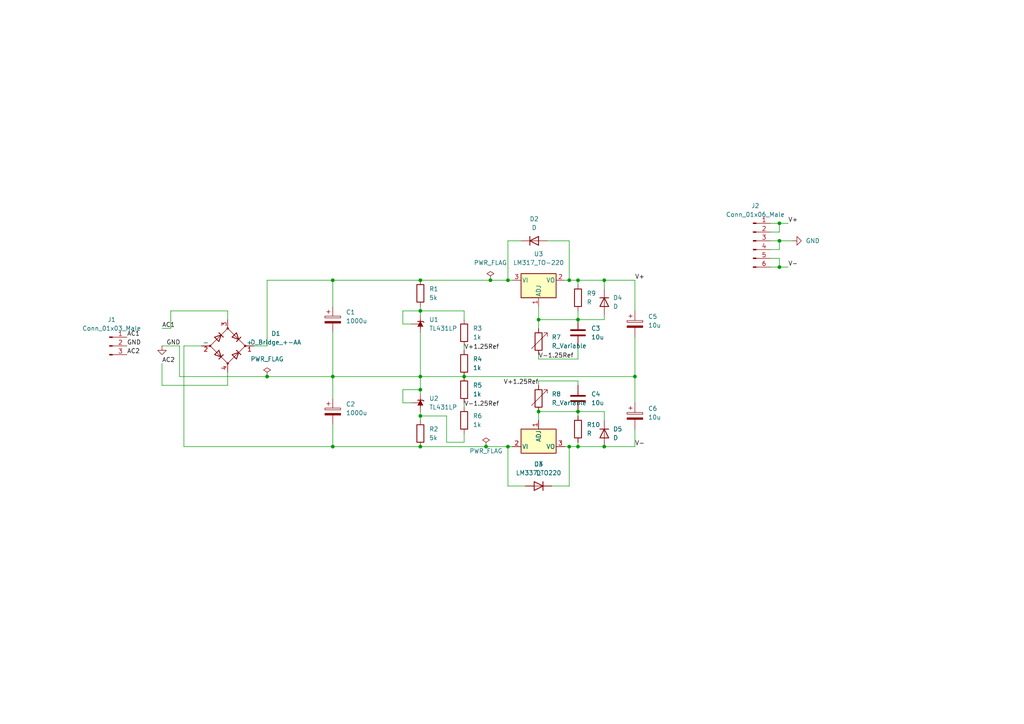
<source format=kicad_sch>
(kicad_sch (version 20211123) (generator eeschema)
  (paper "A4")
  (title_block (title "Dual Power Supply LM317/337") (date "2022-04-15") (rev "0.1"))
  (lib_symbols
    (symbol "Connector:Conn_01x03_Male" (pin_names (offset 1.016) hide)
      (property "Reference" "J" (at 0 5.08 0))
      (property "Value" "Conn_01x03_Male" (at 0 -5.08 0))
      (symbol "Conn_01x03_Male_1_1"
        (polyline (pts (xy 1.27 -2.54) (xy 0.8636 -2.54)) (stroke (width 0.1524)))
        (polyline (pts (xy 1.27 0) (xy 0.8636 0)) (stroke (width 0.1524)))
        (polyline (pts (xy 1.27 2.54) (xy 0.8636 2.54)) (stroke (width 0.1524)))
        (rectangle (start 0.8636 -2.413) (end 0 -2.667) (stroke (width 0.1524)) (fill (type outline)))
        (rectangle (start 0.8636 0.127) (end 0 -0.127) (stroke (width 0.1524)) (fill (type outline)))
        (rectangle (start 0.8636 2.667) (end 0 2.413) (stroke (width 0.1524)) (fill (type outline)))
        (pin passive line (at 5.08 2.54 180) (length 3.81) (name "Pin_1") (number "1"))
        (pin passive line (at 5.08 0 180) (length 3.81) (name "Pin_2") (number "2"))
        (pin passive line (at 5.08 -2.54 180) (length 3.81) (name "Pin_3") (number "3"))
      )
    )
    (symbol "Connector:Conn_01x06_Male" (pin_names (offset 1.016) hide)
      (property "Reference" "J" (at 0 7.62 0))
      (property "Value" "Conn_01x06_Male" (at 0 -10.16 0))
      (symbol "Conn_01x06_Male_1_1"
        (polyline (pts (xy 1.27 -7.62) (xy 0.8636 -7.62)) (stroke (width 0.1524)))
        (polyline (pts (xy 1.27 -5.08) (xy 0.8636 -5.08)) (stroke (width 0.1524)))
        (polyline (pts (xy 1.27 -2.54) (xy 0.8636 -2.54)) (stroke (width 0.1524)))
        (polyline (pts (xy 1.27 0) (xy 0.8636 0)) (stroke (width 0.1524)))
        (polyline (pts (xy 1.27 2.54) (xy 0.8636 2.54)) (stroke (width 0.1524)))
        (polyline (pts (xy 1.27 5.08) (xy 0.8636 5.08)) (stroke (width 0.1524)))
        (rectangle (start 0.8636 -7.493) (end 0 -7.747) (stroke (width 0.1524)) (fill (type outline)))
        (rectangle (start 0.8636 -4.953) (end 0 -5.207) (stroke (width 0.1524)) (fill (type outline)))
        (rectangle (start 0.8636 -2.413) (end 0 -2.667) (stroke (width 0.1524)) (fill (type outline)))
        (rectangle (start 0.8636 0.127) (end 0 -0.127) (stroke (width 0.1524)) (fill (type outline)))
        (rectangle (start 0.8636 2.667) (end 0 2.413) (stroke (width 0.1524)) (fill (type outline)))
        (rectangle (start 0.8636 5.207) (end 0 4.953) (stroke (width 0.1524)) (fill (type outline)))
        (pin passive line (at 5.08 5.08 180) (length 3.81) (name "Pin_1") (number "1"))
        (pin passive line (at 5.08 2.54 180) (length 3.81) (name "Pin_2") (number "2"))
        (pin passive line (at 5.08 0 180) (length 3.81) (name "Pin_3") (number "3"))
        (pin passive line (at 5.08 -2.54 180) (length 3.81) (name "Pin_4") (number "4"))
        (pin passive line (at 5.08 -5.08 180) (length 3.81) (name "Pin_5") (number "5"))
        (pin passive line (at 5.08 -7.62 180) (length 3.81) (name "Pin_6") (number "6"))
      )
    )
    (symbol "Device:C" (pin_numbers hide) (pin_names (offset 0.254))
      (property "Reference" "C" (at 0.635 2.54 0))
      (property "Value" "C" (at 0.635 -2.54 0))
      (symbol "C_0_1"
        (polyline (pts (xy -2.032 -0.762) (xy 2.032 -0.762)) (stroke (width 0.508)))
        (polyline (pts (xy -2.032 0.762) (xy 2.032 0.762)) (stroke (width 0.508)))
      )
      (symbol "C_1_1"
        (pin passive line (at 0 3.81 270) (length 2.794) (name "~") (number "1"))
        (pin passive line (at 0 -3.81 90) (length 2.794) (name "~") (number "2"))
      )
    )
    (symbol "Device:C_Polarized" (pin_numbers hide) (pin_names (offset 0.254))
      (property "Reference" "C" (at 0.635 2.54 0))
      (property "Value" "C_Polarized" (at 0.635 -2.54 0))
      (symbol "C_Polarized_0_1"
        (rectangle (start -2.286 0.508) (end 2.286 1.016))
        (polyline (pts (xy -1.778 2.286) (xy -0.762 2.286)))
        (polyline (pts (xy -1.27 2.794) (xy -1.27 1.778)))
        (rectangle (start 2.286 -0.508) (end -2.286 -1.016) (fill (type outline)))
      )
      (symbol "C_Polarized_1_1"
        (pin passive line (at 0 3.81 270) (length 2.794) (name "~") (number "1"))
        (pin passive line (at 0 -3.81 90) (length 2.794) (name "~") (number "2"))
      )
    )
    (symbol "Device:D" (pin_numbers hide) (pin_names (offset 1.016) hide)
      (property "Reference" "D" (at 0 2.54 0))
      (property "Value" "D" (at 0 -2.54 0))
      (symbol "D_0_1"
        (polyline (pts (xy -1.27 1.27) (xy -1.27 -1.27)) (stroke (width 0.254)))
        (polyline (pts (xy 1.27 0) (xy -1.27 0)))
        (polyline (pts (xy 1.27 1.27) (xy 1.27 -1.27) (xy -1.27 0) (xy 1.27 1.27)) (stroke (width 0.254)))
      )
      (symbol "D_1_1"
        (pin passive line (at -3.81 0 0) (length 2.54) (name "K") (number "1"))
        (pin passive line (at 3.81 0 180) (length 2.54) (name "A") (number "2"))
      )
    )
    (symbol "Device:D_Bridge_+-AA" (pin_names (offset 0))
      (property "Reference" "D" (at 2.54 6.985 0))
      (property "Value" "D_Bridge_+-AA" (at 2.54 5.08 0))
      (symbol "D_Bridge_+-AA_0_1"
        (circle (center -5.08 0) (radius 0.254) (fill (type outline)))
        (circle (center 0 -5.08) (radius 0.254) (fill (type outline)))
        (polyline (pts (xy -2.54 3.81) (xy -1.27 2.54)) (stroke (width 0.254)))
        (polyline (pts (xy -1.27 -2.54) (xy -2.54 -3.81)) (stroke (width 0.254)))
        (polyline (pts (xy 2.54 -1.27) (xy 3.81 -2.54)) (stroke (width 0.254)))
        (polyline (pts (xy 2.54 1.27) (xy 3.81 2.54)) (stroke (width 0.254)))
        (polyline (pts (xy -3.81 2.54) (xy -2.54 1.27) (xy -1.905 3.175) (xy -3.81 2.54)) (stroke (width 0.254)))
        (polyline (pts (xy -2.54 -1.27) (xy -3.81 -2.54) (xy -1.905 -3.175) (xy -2.54 -1.27)) (stroke (width 0.254)))
        (polyline (pts (xy 1.27 2.54) (xy 2.54 3.81) (xy 3.175 1.905) (xy 1.27 2.54)) (stroke (width 0.254)))
        (polyline (pts (xy 3.175 -1.905) (xy 1.27 -2.54) (xy 2.54 -3.81) (xy 3.175 -1.905)) (stroke (width 0.254)))
        (polyline (pts (xy -5.08 0) (xy 0 -5.08) (xy 5.08 0) (xy 0 5.08) (xy -5.08 0)))
        (circle (center 0 5.08) (radius 0.254) (fill (type outline)))
        (circle (center 5.08 0) (radius 0.254) (fill (type outline)))
      )
      (symbol "D_Bridge_+-AA_1_1"
        (pin passive line (at 7.62 0 180) (length 2.54) (name "+") (number "1"))
        (pin passive line (at -7.62 0 0) (length 2.54) (name "-") (number "2"))
        (pin passive line (at 0 7.62 270) (length 2.54) (name "~") (number "3"))
        (pin passive line (at 0 -7.62 90) (length 2.54) (name "~") (number "4"))
      )
    )
    (symbol "Device:R" (pin_numbers hide) (pin_names (offset 0))
      (property "Reference" "R" (at 2.032 0 90))
      (property "Value" "R" (at 0 0 90))
      (symbol "R_0_1"
        (rectangle (start -1.016 -2.54) (end 1.016 2.54) (stroke (width 0.254)))
      )
      (symbol "R_1_1"
        (pin passive line (at 0 3.81 270) (length 1.27) (name "~") (number "1"))
        (pin passive line (at 0 -3.81 90) (length 1.27) (name "~") (number "2"))
      )
    )
    (symbol "Device:R_Variable" (pin_numbers hide) (pin_names (offset 0))
      (property "Reference" "R" (at 2.54 -2.54 90))
      (property "Value" "R_Variable" (at -2.54 -1.27 90))
      (symbol "R_Variable_0_1"
        (rectangle (start -1.016 -2.54) (end 1.016 2.54) (stroke (width 0.254)))
        (polyline (pts (xy 2.54 1.524) (xy 2.54 2.54) (xy 1.524 2.54) (xy 2.54 2.54) (xy -2.032 -2.032)))
      )
      (symbol "R_Variable_1_1"
        (pin passive line (at 0 3.81 270) (length 1.27) (name "~") (number "1"))
        (pin passive line (at 0 -3.81 90) (length 1.27) (name "~") (number "2"))
      )
    )
    (symbol "Reference_Voltage:TL431LP" (pin_numbers hide) (pin_names hide)
      (property "Reference" "U" (at -2.54 2.54 0))
      (property "Value" "TL431LP" (at 0 -2.54 0))
      (symbol "TL431LP_0_1"
        (polyline (pts (xy -1.27 0) (xy 0 0) (xy 1.27 0)))
        (polyline (pts (xy -0.762 0.762) (xy 0.762 0) (xy -0.762 -0.762)) (fill (type outline)))
        (polyline (pts (xy 0.508 -1.016) (xy 0.762 -0.762) (xy 0.762 0.762) (xy 0.762 0.762)) (stroke (width 0.254)))
      )
      (symbol "TL431LP_1_1"
        (pin passive line (at 0 2.54 270) (length 2.54) (name "REF") (number "1"))
        (pin passive line (at -2.54 0 0) (length 2.54) (name "A") (number "2"))
        (pin passive line (at 2.54 0 180) (length 2.54) (name "K") (number "3"))
      )
    )
    (symbol "Regulator_Linear:LM317_TO-220" (pin_names (offset 0.254))
      (property "Reference" "U" (at -3.81 3.175 0))
      (property "Value" "LM317_TO-220" (at 0 3.175 0))
      (symbol "LM317_TO-220_0_1"
        (rectangle (start -5.08 1.905) (end 5.08 -5.08) (stroke (width 0.254)) (fill (type background)))
      )
      (symbol "LM317_TO-220_1_1"
        (pin input line (at 0 -7.62 90) (length 2.54) (name "ADJ") (number "1"))
        (pin power_out line (at 7.62 0 180) (length 2.54) (name "VO") (number "2"))
        (pin power_in line (at -7.62 0 0) (length 2.54) (name "VI") (number "3"))
      )
    )
    (symbol "Regulator_Linear:LM337_TO220" (pin_names (offset 0.254))
      (property "Reference" "U" (at -3.81 -3.175 0))
      (property "Value" "LM337_TO220" (at 0 -3.175 0))
      (symbol "LM337_TO220_0_1"
        (rectangle (start -5.08 5.08) (end 5.08 -1.905) (stroke (width 0.254)) (fill (type background)))
      )
      (symbol "LM337_TO220_1_1"
        (pin input line (at 0 7.62 270) (length 2.54) (name "ADJ") (number "1"))
        (pin power_in line (at -7.62 0 0) (length 2.54) (name "VI") (number "2"))
        (pin power_out line (at 7.62 0 180) (length 2.54) (name "VO") (number "3"))
      )
    )
    (symbol "power:GND" (power) (pin_names (offset 0))
      (property "Value" "GND" (at 0 -3.81 0))
      (symbol "GND_0_1"
        (polyline (pts (xy 0 0) (xy 0 -1.27) (xy 1.27 -1.27) (xy 0 -2.54) (xy -1.27 -1.27) (xy 0 -1.27)))
      )
      (symbol "GND_1_1"
        (pin power_in line (at 0 0 270) (length 0) hide (name "GND") (number "1"))
      )
    )
    (symbol "power:PWR_FLAG" (power) (pin_numbers hide) (pin_names (offset 0) hide)
      (property "Value" "PWR_FLAG" (at 0 3.81 0))
      (symbol "PWR_FLAG_0_0"
        (pin power_out line (at 0 0 90) (length 0) (name "pwr") (number "1"))
      )
      (symbol "PWR_FLAG_0_1"
        (polyline (pts (xy 0 0) (xy 0 1.27) (xy -1.016 1.905) (xy 0 2.54) (xy 1.016 1.905) (xy 0 1.27)))
      )
    )
  )
  (junction (at 156.21 92.71))
  (junction (at 226.06 64.77))
  (junction (at 121.92 81.28))
  (junction (at 184.15 109.22))
  (junction (at 167.64 92.71))
  (junction (at 121.92 90.17))
  (junction (at 121.92 113.03))
  (junction (at 142.24 81.28))
  (junction (at 175.26 81.28))
  (junction (at 96.52 109.22))
  (junction (at 147.32 81.28))
  (junction (at 226.06 69.85))
  (junction (at 167.64 81.28))
  (junction (at 165.1 129.54))
  (junction (at 167.64 129.54))
  (junction (at 96.52 81.28))
  (junction (at 175.26 129.54))
  (junction (at 121.92 109.22))
  (junction (at 156.21 119.38))
  (junction (at 121.92 120.65))
  (junction (at 147.32 129.54))
  (junction (at 96.52 129.54))
  (junction (at 140.97 129.54))
  (junction (at 165.1 81.28))
  (junction (at 134.62 109.22))
  (junction (at 226.06 77.47))
  (junction (at 77.47 109.22))
  (junction (at 121.92 129.54))
  (junction (at 167.64 119.38))
  (wire (pts (xy 147.32 129.54) (xy 148.59 129.54)))
  (wire (pts (xy 46.99 95.25) (xy 49.53 95.25)))
  (wire (pts (xy 134.62 100.33) (xy 134.62 101.6)))
  (wire (pts (xy 96.52 81.28) (xy 121.92 81.28)))
  (wire (pts (xy 73.66 100.33) (xy 77.47 100.33)))
  (wire (pts (xy 156.21 88.9) (xy 156.21 92.71)))
  (wire (pts (xy 156.21 104.14) (xy 167.64 104.14)))
  (wire (pts (xy 156.21 92.71) (xy 167.64 92.71)))
  (wire (pts (xy 167.64 81.28) (xy 167.64 82.55)))
  (wire (pts (xy 167.64 110.49) (xy 167.64 111.76)))
  (wire (pts (xy 156.21 119.38) (xy 156.21 121.92)))
  (wire (pts (xy 226.06 64.77) (xy 228.6 64.77)))
  (wire (pts (xy 223.52 72.39) (xy 226.06 72.39)))
  (wire (pts (xy 46.99 100.33) (xy 52.07 100.33)))
  (wire (pts (xy 116.84 93.98) (xy 116.84 90.17)))
  (wire (pts (xy 96.52 109.22) (xy 121.92 109.22)))
  (wire (pts (xy 49.53 90.17) (xy 66.04 90.17)))
  (wire (pts (xy 175.26 81.28) (xy 175.26 83.82)))
  (wire (pts (xy 52.07 109.22) (xy 77.47 109.22)))
  (wire (pts (xy 119.38 93.98) (xy 116.84 93.98)))
  (wire (pts (xy 175.26 81.28) (xy 184.15 81.28)))
  (wire (pts (xy 156.21 92.71) (xy 156.21 95.25)))
  (wire (pts (xy 121.92 109.22) (xy 134.62 109.22)))
  (wire (pts (xy 96.52 81.28) (xy 96.52 88.9)))
  (wire (pts (xy 165.1 129.54) (xy 167.64 129.54)))
  (wire (pts (xy 58.42 100.33) (xy 53.34 100.33)))
  (wire (pts (xy 226.06 77.47) (xy 223.52 77.47)))
  (wire (pts (xy 223.52 69.85) (xy 226.06 69.85)))
  (wire (pts (xy 134.62 125.73) (xy 134.62 128.27)))
  (wire (pts (xy 121.92 81.28) (xy 142.24 81.28)))
  (wire (pts (xy 121.92 90.17) (xy 134.62 90.17)))
  (wire (pts (xy 147.32 69.85) (xy 147.32 81.28)))
  (wire (pts (xy 66.04 90.17) (xy 66.04 92.71)))
  (wire (pts (xy 96.52 129.54) (xy 121.92 129.54)))
  (wire (pts (xy 165.1 81.28) (xy 167.64 81.28)))
  (wire (pts (xy 223.52 74.93) (xy 226.06 74.93)))
  (wire (pts (xy 156.21 111.76) (xy 156.21 110.49)))
  (wire (pts (xy 175.26 91.44) (xy 175.26 92.71)))
  (wire (pts (xy 116.84 116.84) (xy 116.84 113.03)))
  (wire (pts (xy 96.52 123.19) (xy 96.52 129.54)))
  (wire (pts (xy 165.1 69.85) (xy 165.1 81.28)))
  (wire (pts (xy 167.64 129.54) (xy 167.64 128.27)))
  (wire (pts (xy 116.84 113.03) (xy 121.92 113.03)))
  (wire (pts (xy 158.75 69.85) (xy 165.1 69.85)))
  (wire (pts (xy 156.21 102.87) (xy 156.21 104.14)))
  (wire (pts (xy 53.34 129.54) (xy 96.52 129.54)))
  (wire (pts (xy 167.64 90.17) (xy 167.64 92.71)))
  (wire (pts (xy 226.06 74.93) (xy 226.06 77.47)))
  (wire (pts (xy 167.64 100.33) (xy 167.64 104.14)))
  (wire (pts (xy 49.53 95.25) (xy 49.53 90.17)))
  (wire (pts (xy 129.54 120.65) (xy 121.92 120.65)))
  (wire (pts (xy 163.83 81.28) (xy 165.1 81.28)))
  (wire (pts (xy 96.52 96.52) (xy 96.52 109.22)))
  (wire (pts (xy 175.26 121.92) (xy 175.26 119.38)))
  (wire (pts (xy 175.26 119.38) (xy 167.64 119.38)))
  (wire (pts (xy 167.64 81.28) (xy 175.26 81.28)))
  (wire (pts (xy 223.52 64.77) (xy 226.06 64.77)))
  (wire (pts (xy 129.54 128.27) (xy 129.54 120.65)))
  (wire (pts (xy 121.92 114.3) (xy 121.92 113.03)))
  (wire (pts (xy 134.62 116.84) (xy 134.62 118.11)))
  (wire (pts (xy 121.92 90.17) (xy 121.92 88.9)))
  (wire (pts (xy 46.99 111.76) (xy 66.04 111.76)))
  (wire (pts (xy 121.92 129.54) (xy 140.97 129.54)))
  (wire (pts (xy 184.15 81.28) (xy 184.15 90.17)))
  (wire (pts (xy 121.92 96.52) (xy 121.92 109.22)))
  (wire (pts (xy 226.06 67.31) (xy 226.06 64.77)))
  (wire (pts (xy 147.32 140.97) (xy 147.32 129.54)))
  (wire (pts (xy 151.13 69.85) (xy 147.32 69.85)))
  (wire (pts (xy 184.15 97.79) (xy 184.15 109.22)))
  (wire (pts (xy 147.32 81.28) (xy 148.59 81.28)))
  (wire (pts (xy 46.99 105.41) (xy 46.99 111.76)))
  (wire (pts (xy 184.15 124.46) (xy 184.15 129.54)))
  (wire (pts (xy 53.34 100.33) (xy 53.34 129.54)))
  (wire (pts (xy 223.52 67.31) (xy 226.06 67.31)))
  (wire (pts (xy 152.4 140.97) (xy 147.32 140.97)))
  (wire (pts (xy 156.21 110.49) (xy 167.64 110.49)))
  (wire (pts (xy 140.97 129.54) (xy 147.32 129.54)))
  (wire (pts (xy 66.04 111.76) (xy 66.04 107.95)))
  (wire (pts (xy 121.92 113.03) (xy 121.92 109.22)))
  (wire (pts (xy 121.92 91.44) (xy 121.92 90.17)))
  (wire (pts (xy 77.47 109.22) (xy 96.52 109.22)))
  (wire (pts (xy 77.47 100.33) (xy 77.47 81.28)))
  (wire (pts (xy 52.07 100.33) (xy 52.07 109.22)))
  (wire (pts (xy 226.06 77.47) (xy 228.6 77.47)))
  (wire (pts (xy 165.1 140.97) (xy 165.1 129.54)))
  (wire (pts (xy 175.26 129.54) (xy 184.15 129.54)))
  (wire (pts (xy 77.47 81.28) (xy 96.52 81.28)))
  (wire (pts (xy 167.64 129.54) (xy 175.26 129.54)))
  (wire (pts (xy 121.92 120.65) (xy 121.92 121.92)))
  (wire (pts (xy 119.38 116.84) (xy 116.84 116.84)))
  (wire (pts (xy 121.92 119.38) (xy 121.92 120.65)))
  (wire (pts (xy 163.83 129.54) (xy 165.1 129.54)))
  (wire (pts (xy 134.62 128.27) (xy 129.54 128.27)))
  (wire (pts (xy 134.62 109.22) (xy 184.15 109.22)))
  (wire (pts (xy 226.06 69.85) (xy 229.87 69.85)))
  (wire (pts (xy 167.64 120.65) (xy 167.64 119.38)))
  (wire (pts (xy 156.21 119.38) (xy 167.64 119.38)))
  (wire (pts (xy 142.24 81.28) (xy 147.32 81.28)))
  (wire (pts (xy 160.02 140.97) (xy 165.1 140.97)))
  (wire (pts (xy 116.84 90.17) (xy 121.92 90.17)))
  (wire (pts (xy 134.62 92.71) (xy 134.62 90.17)))
  (wire (pts (xy 96.52 109.22) (xy 96.52 115.57)))
  (wire (pts (xy 184.15 109.22) (xy 184.15 116.84)))
  (wire (pts (xy 175.26 92.71) (xy 167.64 92.71)))
  (wire (pts (xy 226.06 72.39) (xy 226.06 69.85)))
  (label "AC2" (at 46.99 105.41 0))
  (label "AC1" (at 36.83 97.79 0))
  (label "V-1.25Ref" (at 156.21 104.14 0))
  (label "GND" (at 48.26 100.33 0))
  (label "V+" (at 184.15 81.28 0))
  (label "V-" (at 184.15 129.54 0))
  (label "V+1.25Ref" (at 134.62 101.6 0))
  (label "AC2" (at 36.83 102.87 0))
  (label "V+1.25Ref" (at 156.21 111.76 180))
  (label "V+" (at 228.6 64.77 0))
  (label "V-" (at 228.6 77.47 0))
  (label "AC1" (at 46.99 95.25 0))
  (label "GND" (at 36.83 100.33 0))
  (label "V-1.25Ref" (at 134.62 118.11 0))
  (symbol (lib_id "Device:R") (at 134.62 96.52 0) (unit 1)
    (property "Reference" "R3" (at 137.16 95.2499 0) (effects (justify left)))
    (property "Value" "1k" (at 137.16 97.7899 0) (effects (justify left)))
    (property "Footprint" "Resistor_THT:R_Box_L8.4mm_W2.5mm_P5.08mm" (effects hide))
  )
  (symbol (lib_id "Device:D") (at 156.21 140.97 180) (unit 1)
    (property "Reference" "D3" (at 156.21 134.62 0))
    (property "Value" "D" (at 156.21 137.16 0))
    (property "Footprint" "Diode_THT:D_5KPW_P7.62mm_Vertical_KathodeUp" (effects hide))
  )
  (symbol (lib_id "power:PWR_FLAG") (at 140.97 129.54 0) (unit 1)
    (property "Reference" "#FLG0102" (effects hide))
    (property "Value" "PWR_FLAG" (at 140.97 130.81 0))
  )
  (symbol (lib_id "Device:R") (at 167.64 124.46 0) (unit 1)
    (property "Reference" "R10" (at 170.18 123.1899 0) (effects (justify left)))
    (property "Value" "R" (at 170.18 125.7299 0) (effects (justify left)))
    (property "Footprint" "Resistor_THT:R_Box_L8.4mm_W2.5mm_P5.08mm" (effects hide))
  )
  (symbol (lib_id "Device:R") (at 134.62 105.41 0) (unit 1)
    (property "Reference" "R4" (at 137.16 104.1399 0) (effects (justify left)))
    (property "Value" "1k" (at 137.16 106.6799 0) (effects (justify left)))
    (property "Footprint" "Resistor_THT:R_Box_L8.4mm_W2.5mm_P5.08mm" (effects hide))
  )
  (symbol (lib_id "power:PWR_FLAG") (at 142.24 81.28 0) (unit 1)
    (property "Reference" "#FLG0101" (effects hide))
    (property "Value" "PWR_FLAG" (at 142.24 76.2 0))
  )
  (symbol (lib_id "power:GND") (at 229.87 69.85 90) (unit 1)
    (property "Reference" "#PWR02" (effects hide))
    (property "Value" "GND" (at 233.68 69.8499 90) (effects (justify right)))
  )
  (symbol (lib_id "Reference_Voltage:TL431LP") (at 121.92 116.84 90) (unit 1)
    (property "Reference" "U2" (at 124.46 115.5699 90) (effects (justify right)))
    (property "Value" "TL431LP" (at 124.46 118.1099 90) (effects (justify right)))
    (property "Footprint" "Package_TO_SOT_THT:TO-92_Inline" (effects hide))
    (property "Datasheet" "http://www.ti.com/lit/ds/symlink/tl431.pdf" (effects hide))
  )
  (symbol (lib_id "Device:R_Variable") (at 156.21 115.57 0) (unit 1)
    (property "Reference" "R8" (at 160.02 114.2999 0) (effects (justify left)))
    (property "Value" "R_Variable" (at 160.02 116.8399 0) (effects (justify left)))
    (property "Footprint" "Resistor_THT:R_Box_L8.4mm_W2.5mm_P5.08mm" (effects hide))
  )
  (symbol (lib_id "Device:C") (at 167.64 115.57 0) (unit 1)
    (property "Reference" "C4" (at 171.45 114.2999 0) (effects (justify left)))
    (property "Value" "10u" (at 171.45 116.8399 0) (effects (justify left)))
    (property "Footprint" "Capacitor_THT:C_Radial_D10.0mm_H12.5mm_P5.00mm" (effects hide))
  )
  (symbol (lib_id "Device:C") (at 167.64 96.52 0) (unit 1)
    (property "Reference" "C3" (at 171.45 95.2499 0) (effects (justify left)))
    (property "Value" "10u" (at 171.45 97.7899 0) (effects (justify left)))
    (property "Footprint" "Capacitor_THT:C_Radial_D10.0mm_H12.5mm_P5.00mm" (effects hide))
  )
  (symbol (lib_id "power:PWR_FLAG") (at 77.47 109.22 0) (unit 1)
    (property "Reference" "#FLG01" (effects hide))
    (property "Value" "PWR_FLAG" (at 77.47 104.14 0))
  )
  (symbol (lib_id "Device:R") (at 134.62 121.92 0) (unit 1)
    (property "Reference" "R6" (at 137.16 120.6499 0) (effects (justify left)))
    (property "Value" "1k" (at 137.16 123.1899 0) (effects (justify left)))
    (property "Footprint" "Resistor_THT:R_Box_L8.4mm_W2.5mm_P5.08mm" (effects hide))
  )
  (symbol (lib_id "Device:D") (at 175.26 125.73 270) (unit 1)
    (property "Reference" "D5" (at 177.8 124.4599 90) (effects (justify left)))
    (property "Value" "D" (at 177.8 126.9999 90) (effects (justify left)))
    (property "Footprint" "Diode_THT:D_5KPW_P7.62mm_Vertical_KathodeUp" (effects hide))
  )
  (symbol (lib_id "Connector:Conn_01x06_Male") (at 218.44 69.85 0) (unit 1)
    (property "Reference" "J2" (at 219.075 59.69 0))
    (property "Value" "Conn_01x06_Male" (at 219.075 62.23 0))
    (property "Footprint" "Connector_JST:JST_EH_B6B-EH-A_1x06_P2.50mm_Vertical" (effects hide))
  )
  (symbol (lib_id "Regulator_Linear:LM337_TO220") (at 156.21 129.54 0) (unit 1)
    (property "Reference" "U4" (at 156.21 134.62 0))
    (property "Value" "LM337_TO220" (at 156.21 137.16 0))
    (property "Footprint" "Package_TO_SOT_THT:TO-220-3_Vertical" (effects hide))
    (property "Datasheet" "http://www.ti.com/lit/ds/symlink/lm337-n.pdf" (effects hide))
  )
  (symbol (lib_id "power:GND") (at 46.99 100.33 0) (unit 1)
    (property "Reference" "#PWR01" (effects hide))
    (property "Value" "GND" (effects hide))
  )
  (symbol (lib_id "Device:C_Polarized") (at 96.52 92.71 0) (unit 1)
    (property "Reference" "C1" (at 100.33 90.5509 0) (effects (justify left)))
    (property "Value" "1000u" (at 100.33 93.0909 0) (effects (justify left)))
    (property "Footprint" "Capacitor_THT:CP_Radial_D18.0mm_P7.50mm" (effects hide))
  )
  (symbol (lib_id "Device:R") (at 121.92 85.09 0) (unit 1)
    (property "Reference" "R1" (at 124.46 83.8199 0) (effects (justify left)))
    (property "Value" "5k" (at 124.46 86.3599 0) (effects (justify left)))
    (property "Footprint" "Resistor_THT:R_Box_L8.4mm_W2.5mm_P5.08mm" (effects hide))
  )
  (symbol (lib_id "Connector:Conn_01x03_Male") (at 31.75 100.33 0) (unit 1)
    (property "Reference" "J1" (at 32.385 92.71 0))
    (property "Value" "Conn_01x03_Male" (at 32.385 95.25 0))
    (property "Footprint" "Connector_JST:JST_EH_B3B-EH-A_1x03_P2.50mm_Vertical" (effects hide))
  )
  (symbol (lib_id "Regulator_Linear:LM317_TO-220") (at 156.21 81.28 0) (unit 1)
    (property "Reference" "U3" (at 156.21 73.66 0))
    (property "Value" "LM317_TO-220" (at 156.21 76.2 0))
    (property "Footprint" "Package_TO_SOT_THT:TO-220-3_Vertical" (effects hide))
    (property "Datasheet" "http://www.ti.com/lit/ds/symlink/lm317.pdf" (effects hide))
  )
  (symbol (lib_id "Device:D") (at 154.94 69.85 0) (unit 1)
    (property "Reference" "D2" (at 154.94 63.5 0))
    (property "Value" "D" (at 154.94 66.04 0))
    (property "Footprint" "Diode_THT:D_5KPW_P7.62mm_Vertical_KathodeUp" (effects hide))
  )
  (symbol (lib_id "Device:D") (at 175.26 87.63 270) (unit 1)
    (property "Reference" "D4" (at 177.8 86.3599 90) (effects (justify left)))
    (property "Value" "D" (at 177.8 88.8999 90) (effects (justify left)))
    (property "Footprint" "Diode_THT:D_5KPW_P7.62mm_Vertical_KathodeUp" (effects hide))
  )
  (symbol (lib_id "Device:C_Polarized") (at 184.15 120.65 0) (unit 1)
    (property "Reference" "C6" (at 187.96 118.4909 0) (effects (justify left)))
    (property "Value" "10u" (at 187.96 121.0309 0) (effects (justify left)))
    (property "Footprint" "Capacitor_THT:C_Radial_D10.0mm_H12.5mm_P5.00mm" (effects hide))
  )
  (symbol (lib_id "Device:R") (at 121.92 125.73 0) (unit 1)
    (property "Reference" "R2" (at 124.46 124.4599 0) (effects (justify left)))
    (property "Value" "5k" (at 124.46 126.9999 0) (effects (justify left)))
    (property "Footprint" "Resistor_THT:R_Box_L8.4mm_W2.5mm_P5.08mm" (effects hide))
  )
  (symbol (lib_id "Device:C_Polarized") (at 96.52 119.38 0) (unit 1)
    (property "Reference" "C2" (at 100.33 117.2209 0) (effects (justify left)))
    (property "Value" "1000u" (at 100.33 119.7609 0) (effects (justify left)))
    (property "Footprint" "Capacitor_THT:CP_Radial_D18.0mm_P7.50mm" (effects hide))
  )
  (symbol (lib_id "Reference_Voltage:TL431LP") (at 121.92 93.98 90) (unit 1)
    (property "Reference" "U1" (at 124.46 92.7099 90) (effects (justify right)))
    (property "Value" "TL431LP" (at 124.46 95.2499 90) (effects (justify right)))
    (property "Footprint" "Package_TO_SOT_THT:TO-92_Inline" (effects hide))
    (property "Datasheet" "http://www.ti.com/lit/ds/symlink/tl431.pdf" (effects hide))
  )
  (symbol (lib_id "Device:D_Bridge_+-AA") (at 66.04 100.33 0) (unit 1)
    (property "Reference" "D1" (at 80.01 96.7486 0))
    (property "Value" "D_Bridge_+-AA" (at 80.01 99.2886 0))
    (property "Footprint" "Diode_THT:Diode_Bridge_DIP-4_W5.08mm_P2.54mm" (effects hide))
  )
  (symbol (lib_id "Device:R") (at 134.62 113.03 0) (unit 1)
    (property "Reference" "R5" (at 137.16 111.7599 0) (effects (justify left)))
    (property "Value" "1k" (at 137.16 114.2999 0) (effects (justify left)))
    (property "Footprint" "Resistor_THT:R_Box_L8.4mm_W2.5mm_P5.08mm" (effects hide))
  )
  (symbol (lib_id "Device:R_Variable") (at 156.21 99.06 0) (unit 1)
    (property "Reference" "R7" (at 160.02 97.7899 0) (effects (justify left)))
    (property "Value" "R_Variable" (at 160.02 100.3299 0) (effects (justify left)))
    (property "Footprint" "Resistor_THT:R_Box_L8.4mm_W2.5mm_P5.08mm" (effects hide))
  )
  (symbol (lib_id "Device:R") (at 167.64 86.36 0) (unit 1)
    (property "Reference" "R9" (at 170.18 85.0899 0) (effects (justify left)))
    (property "Value" "R" (at 170.18 87.6299 0) (effects (justify left)))
    (property "Footprint" "Resistor_THT:R_Box_L8.4mm_W2.5mm_P5.08mm" (effects hide))
  )
  (symbol (lib_id "Device:C_Polarized") (at 184.15 93.98 0) (unit 1)
    (property "Reference" "C5" (at 187.96 91.8209 0) (effects (justify left)))
    (property "Value" "10u" (at 187.96 94.3609 0) (effects (justify left)))
    (property "Footprint" "Capacitor_THT:C_Radial_D10.0mm_H12.5mm_P5.00mm" (effects hide))
  )
)
</source>
